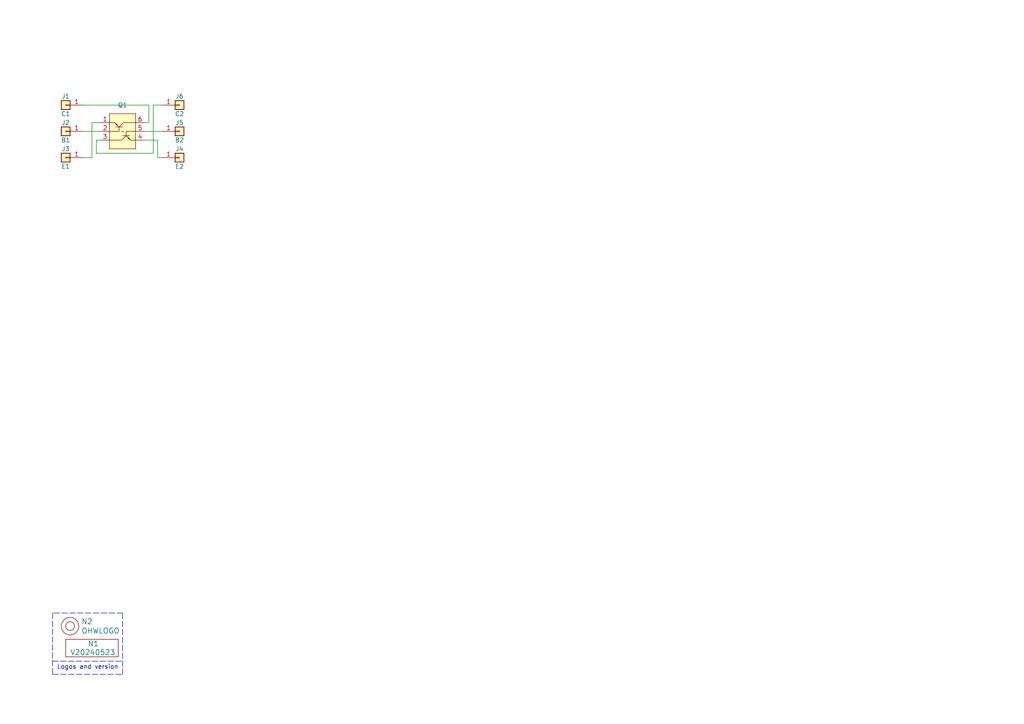
<source format=kicad_sch>
(kicad_sch (version 20230121) (generator eeschema)
  (paper "A4")
  (lib_symbols
    (symbol "Connector_Generic:Conn_01x01" (pin_names (offset 1.016) hide)
      (property "Reference" "J" (at 0 2.54 0))
      (property "Value" "Conn_01x01" (at 0 -2.54 0))
      (symbol "Conn_01x01_1_1"
        (rectangle (start -1.27 0.127) (end 0 -0.127) (stroke (width 0.1524)))
        (rectangle (start -1.27 1.27) (end 1.27 -1.27) (stroke (width 0.254)) (fill (type background)))
        (pin passive line (at -5.08 0 0) (length 3.81) (name "Pin_1") (number "1"))
      )
    )
    (symbol "SquantorLabels:OHWLOGO" (pin_names (offset 1.016))
      (property "Reference" "N" (at 0 3.81 0))
      (property "Value" "OHWLOGO" (at 0 -3.81 0))
      (symbol "OHWLOGO_0_1"
        (circle (center 0 0) (radius 1.27))
        (circle (center 0 0) (radius 2.54))
      )
    )
    (symbol "SquantorLabels:VYYYYMMDD" (pin_names (offset 1.016))
      (property "Reference" "N" (at 0 2.54 0))
      (property "Value" "VYYYYMMDD" (at 0 0 0))
      (symbol "VYYYYMMDD_0_1"
        (rectangle (start 7.62 -1.27) (end -7.62 3.81))
      )
    )
    (symbol "SquantorTransistor:dual_NBJT_mirroring"
      (property "Reference" "Q" (at 0 6.35 0))
      (symbol "dual_NBJT_mirroring_0_1"
        (polyline (pts (xy -2.032 1.27) (xy 0 1.27)))
        (polyline (pts (xy 2.032 -1.27) (xy 0 -1.27)))
        (polyline (pts (xy -3.81 0) (xy -1.016 0) (xy -1.016 1.27)))
        (polyline (pts (xy 3.81 0) (xy 1.016 0) (xy 1.016 -1.27)))
        (polyline (pts (xy -2.032 2.286) (xy -1.778 1.778) (xy -1.524 2.032) (xy -2.032 2.286)))
        (polyline (pts (xy 2.032 -2.286) (xy 1.778 -1.778) (xy 1.524 -2.032) (xy 2.032 -2.286)))
        (polyline (pts (xy -3.81 2.54) (xy -2.286 2.54) (xy -1.016 1.27) (xy 0.254 2.54) (xy 3.81 2.54)))
        (polyline (pts (xy 3.81 -2.54) (xy 2.286 -2.54) (xy 1.016 -1.27) (xy -0.254 -2.54) (xy -3.81 -2.54)))
      )
      (symbol "dual_NBJT_mirroring_1_1"
        (rectangle (start -3.81 5.08) (end 3.81 -5.08) (fill (type background)))
        (pin passive line (at -6.35 2.54 0) (length 2.54) (name "") (number "1"))
        (pin passive line (at -6.35 0 0) (length 2.54) (name "") (number "2"))
        (pin passive line (at -6.35 -2.54 0) (length 2.54) (name "") (number "3"))
        (pin passive line (at 6.35 -2.54 180) (length 2.54) (name "") (number "4"))
        (pin passive line (at 6.35 0 180) (length 2.54) (name "") (number "5"))
        (pin passive line (at 6.35 2.54 180) (length 2.54) (name "") (number "6"))
      )
    )
  )
  (wire (pts (xy 27.94 40.64) (xy 27.94 44.45)))
  (wire (pts (xy 41.91 35.56) (xy 43.18 35.56)))
  (wire (pts (xy 24.13 38.1) (xy 29.21 38.1)))
  (wire (pts (xy 41.91 38.1) (xy 46.99 38.1)))
  (polyline (pts (xy 15.24 191.77) (xy 35.56 191.77)) (stroke (width 0) (type dash)))
  (polyline (pts (xy 35.56 177.8) (xy 15.24 177.8)) (stroke (width 0) (type dash)))
  (wire (pts (xy 29.21 40.64) (xy 27.94 40.64)))
  (polyline (pts (xy 15.24 177.8) (xy 15.24 195.58)) (stroke (width 0) (type dash)))
  (wire (pts (xy 46.99 45.72) (xy 45.72 45.72)))
  (wire (pts (xy 43.18 30.48) (xy 24.13 30.48)))
  (wire (pts (xy 43.18 35.56) (xy 43.18 30.48)))
  (wire (pts (xy 26.67 45.72) (xy 24.13 45.72)))
  (wire (pts (xy 26.67 35.56) (xy 26.67 45.72)))
  (wire (pts (xy 45.72 45.72) (xy 45.72 40.64)))
  (polyline (pts (xy 35.56 195.58) (xy 35.56 177.8)) (stroke (width 0) (type dash)))
  (wire (pts (xy 45.72 40.64) (xy 41.91 40.64)))
  (wire (pts (xy 29.21 35.56) (xy 26.67 35.56)))
  (wire (pts (xy 44.45 30.48) (xy 46.99 30.48)))
  (polyline (pts (xy 15.24 195.58) (xy 35.56 195.58)) (stroke (width 0) (type dash)))
  (wire (pts (xy 27.94 44.45) (xy 44.45 44.45)))
  (wire (pts (xy 44.45 44.45) (xy 44.45 30.48)))
  (text "Logos and version" (at 16.51 194.31 0) (effects (font (size 1.27 1.27)) (justify left bottom)))
  (symbol (lib_id "SquantorLabels:VYYYYMMDD") (at 26.67 189.23 0) (unit 1)
    (property "Reference" "N1" (at 25.4 186.69 0) (effects (font (size 1.524 1.524)) (justify left)))
    (property "Value" "V20240523" (at 20.32 189.23 0) (effects (font (size 1.524 1.524)) (justify left)))
    (property "Footprint" "SquantorLabels:Label_Generic" (effects hide))
  )
  (symbol (lib_id "SquantorLabels:OHWLOGO") (at 20.32 181.61 0) (unit 1)
    (property "Reference" "N2" (at 23.5712 180.2638 0) (effects (font (size 1.524 1.524)) (justify left)))
    (property "Value" "OHWLOGO" (at 23.5712 182.9562 0) (effects (font (size 1.524 1.524)) (justify left)))
    (property "Footprint" "Symbol:OSHW-Symbol_6.7x6mm_SilkScreen" (effects hide))
  )
  (symbol (lib_id "Connector_Generic:Conn_01x01") (at 19.05 38.1 180) (unit 1)
    (property "Reference" "J2" (at 19.05 35.56 0))
    (property "Value" "B1" (at 19.05 40.64 0))
    (property "Footprint" "mill-max:PC_pin_nail_head_6092" (effects hide))
  )
  (symbol (lib_id "Connector_Generic:Conn_01x01") (at 19.05 30.48 180) (unit 1)
    (property "Reference" "J1" (at 19.05 27.94 0))
    (property "Value" "C1" (at 19.05 33.02 0))
    (property "Footprint" "mill-max:PC_pin_nail_head_6092" (effects hide))
  )
  (symbol (lib_id "Connector_Generic:Conn_01x01") (at 19.05 45.72 0) (mirror y) (unit 1)
    (property "Reference" "J3" (at 19.05 43.18 0))
    (property "Value" "E1" (at 19.05 48.26 0))
    (property "Footprint" "mill-max:PC_pin_nail_head_6092" (effects hide))
  )
  (symbol (lib_id "Connector_Generic:Conn_01x01") (at 52.07 45.72 0) (mirror x) (unit 1)
    (property "Reference" "J4" (at 52.07 43.18 0))
    (property "Value" "E2" (at 52.07 48.26 0))
    (property "Footprint" "mill-max:PC_pin_nail_head_6092" (effects hide))
  )
  (symbol (lib_id "Connector_Generic:Conn_01x01") (at 52.07 38.1 0) (unit 1)
    (property "Reference" "J5" (at 52.07 35.56 0))
    (property "Value" "B2" (at 52.07 40.64 0))
    (property "Footprint" "mill-max:PC_pin_nail_head_6092" (effects hide))
  )
  (symbol (lib_id "Connector_Generic:Conn_01x01") (at 52.07 30.48 0) (mirror x) (unit 1)
    (property "Reference" "J6" (at 52.07 27.94 0))
    (property "Value" "C2" (at 52.07 33.02 0))
    (property "Footprint" "mill-max:PC_pin_nail_head_6092" (effects hide))
  )
  (symbol (lib_id "SquantorTransistor:dual_NBJT_mirroring") (at 35.56 38.1 0) (unit 1)
    (property "Reference" "Q1" (at 35.56 30.48 0))
    (property "Value" "~" (at 35.56 38.1 0))
    (property "Footprint" "SquantorIC:SOT363-NXP-hand" (effects hide))
  )
)
</source>
